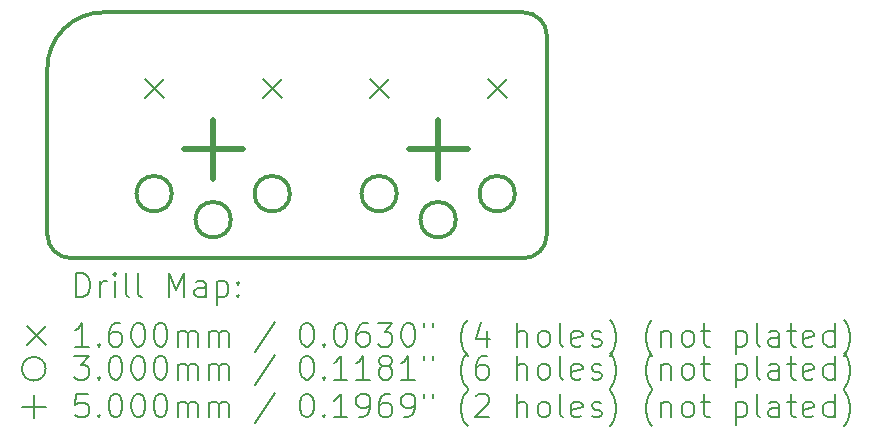
<source format=gbr>
%TF.GenerationSoftware,KiCad,Pcbnew,8.0.5*%
%TF.CreationDate,2024-09-18T07:36:14+09:00*%
%TF.ProjectId,SandyLP_Middle_Isolated_Area,53616e64-794c-4505-9f4d-6964646c655f,v.0*%
%TF.SameCoordinates,Original*%
%TF.FileFunction,Drillmap*%
%TF.FilePolarity,Positive*%
%FSLAX45Y45*%
G04 Gerber Fmt 4.5, Leading zero omitted, Abs format (unit mm)*
G04 Created by KiCad (PCBNEW 8.0.5) date 2024-09-18 07:36:14*
%MOMM*%
%LPD*%
G01*
G04 APERTURE LIST*
%ADD10C,0.300000*%
%ADD11C,0.200000*%
%ADD12C,0.160000*%
%ADD13C,0.500000*%
G04 APERTURE END LIST*
D10*
X2607094Y-5683607D02*
X2607094Y-4278149D01*
X2807093Y-5883607D02*
X6635843Y-5885028D01*
X3083343Y-3801899D02*
X6636843Y-3801899D01*
X6835843Y-5685028D02*
X6836843Y-4001899D01*
X2607094Y-4278149D02*
G75*
G02*
X3083343Y-3801899I476250J0D01*
G01*
X2807093Y-5883607D02*
G75*
G02*
X2607094Y-5683607I0J200000D01*
G01*
X6636843Y-3801899D02*
G75*
G02*
X6836843Y-4001899I4J-199996D01*
G01*
X6835843Y-5685028D02*
G75*
G02*
X6635843Y-5885028I-200000J0D01*
G01*
D11*
D12*
X3430843Y-4367528D02*
X3590843Y-4527528D01*
X3590843Y-4367528D02*
X3430843Y-4527528D01*
X4430844Y-4367528D02*
X4590844Y-4527528D01*
X4590844Y-4367528D02*
X4430844Y-4527528D01*
X5335844Y-4367528D02*
X5495844Y-4527528D01*
X5495844Y-4367528D02*
X5335844Y-4527528D01*
X6335843Y-4367528D02*
X6495843Y-4527528D01*
X6495843Y-4367528D02*
X6335843Y-4527528D01*
D10*
X3660843Y-5337528D02*
G75*
G02*
X3360843Y-5337528I-150000J0D01*
G01*
X3360843Y-5337528D02*
G75*
G02*
X3660843Y-5337528I150000J0D01*
G01*
X4160843Y-5557528D02*
G75*
G02*
X3860843Y-5557528I-150000J0D01*
G01*
X3860843Y-5557528D02*
G75*
G02*
X4160843Y-5557528I150000J0D01*
G01*
X4660844Y-5337528D02*
G75*
G02*
X4360844Y-5337528I-150000J0D01*
G01*
X4360844Y-5337528D02*
G75*
G02*
X4660844Y-5337528I150000J0D01*
G01*
X5565844Y-5337528D02*
G75*
G02*
X5265844Y-5337528I-150000J0D01*
G01*
X5265844Y-5337528D02*
G75*
G02*
X5565844Y-5337528I150000J0D01*
G01*
X6065843Y-5557528D02*
G75*
G02*
X5765843Y-5557528I-150000J0D01*
G01*
X5765843Y-5557528D02*
G75*
G02*
X6065843Y-5557528I150000J0D01*
G01*
X6565843Y-5337528D02*
G75*
G02*
X6265843Y-5337528I-150000J0D01*
G01*
X6265843Y-5337528D02*
G75*
G02*
X6565843Y-5337528I150000J0D01*
G01*
D13*
X4010843Y-4712528D02*
X4010843Y-5212528D01*
X3760843Y-4962528D02*
X4260844Y-4962528D01*
X5915843Y-4712528D02*
X5915843Y-5212528D01*
X5665843Y-4962528D02*
X6165843Y-4962528D01*
D11*
X2852870Y-6211512D02*
X2852870Y-6011512D01*
X2852870Y-6011512D02*
X2900489Y-6011512D01*
X2900489Y-6011512D02*
X2929061Y-6021036D01*
X2929061Y-6021036D02*
X2948108Y-6040083D01*
X2948108Y-6040083D02*
X2957632Y-6059131D01*
X2957632Y-6059131D02*
X2967156Y-6097226D01*
X2967156Y-6097226D02*
X2967156Y-6125797D01*
X2967156Y-6125797D02*
X2957632Y-6163893D01*
X2957632Y-6163893D02*
X2948108Y-6182940D01*
X2948108Y-6182940D02*
X2929061Y-6201988D01*
X2929061Y-6201988D02*
X2900489Y-6211512D01*
X2900489Y-6211512D02*
X2852870Y-6211512D01*
X3052870Y-6211512D02*
X3052870Y-6078178D01*
X3052870Y-6116274D02*
X3062394Y-6097226D01*
X3062394Y-6097226D02*
X3071918Y-6087702D01*
X3071918Y-6087702D02*
X3090965Y-6078178D01*
X3090965Y-6078178D02*
X3110013Y-6078178D01*
X3176680Y-6211512D02*
X3176680Y-6078178D01*
X3176680Y-6011512D02*
X3167156Y-6021036D01*
X3167156Y-6021036D02*
X3176680Y-6030559D01*
X3176680Y-6030559D02*
X3186204Y-6021036D01*
X3186204Y-6021036D02*
X3176680Y-6011512D01*
X3176680Y-6011512D02*
X3176680Y-6030559D01*
X3300489Y-6211512D02*
X3281442Y-6201988D01*
X3281442Y-6201988D02*
X3271918Y-6182940D01*
X3271918Y-6182940D02*
X3271918Y-6011512D01*
X3405251Y-6211512D02*
X3386204Y-6201988D01*
X3386204Y-6201988D02*
X3376680Y-6182940D01*
X3376680Y-6182940D02*
X3376680Y-6011512D01*
X3633823Y-6211512D02*
X3633823Y-6011512D01*
X3633823Y-6011512D02*
X3700489Y-6154369D01*
X3700489Y-6154369D02*
X3767156Y-6011512D01*
X3767156Y-6011512D02*
X3767156Y-6211512D01*
X3948108Y-6211512D02*
X3948108Y-6106750D01*
X3948108Y-6106750D02*
X3938585Y-6087702D01*
X3938585Y-6087702D02*
X3919537Y-6078178D01*
X3919537Y-6078178D02*
X3881442Y-6078178D01*
X3881442Y-6078178D02*
X3862394Y-6087702D01*
X3948108Y-6201988D02*
X3929061Y-6211512D01*
X3929061Y-6211512D02*
X3881442Y-6211512D01*
X3881442Y-6211512D02*
X3862394Y-6201988D01*
X3862394Y-6201988D02*
X3852870Y-6182940D01*
X3852870Y-6182940D02*
X3852870Y-6163893D01*
X3852870Y-6163893D02*
X3862394Y-6144845D01*
X3862394Y-6144845D02*
X3881442Y-6135321D01*
X3881442Y-6135321D02*
X3929061Y-6135321D01*
X3929061Y-6135321D02*
X3948108Y-6125797D01*
X4043346Y-6078178D02*
X4043346Y-6278178D01*
X4043346Y-6087702D02*
X4062394Y-6078178D01*
X4062394Y-6078178D02*
X4100489Y-6078178D01*
X4100489Y-6078178D02*
X4119537Y-6087702D01*
X4119537Y-6087702D02*
X4129061Y-6097226D01*
X4129061Y-6097226D02*
X4138585Y-6116274D01*
X4138585Y-6116274D02*
X4138585Y-6173416D01*
X4138585Y-6173416D02*
X4129061Y-6192464D01*
X4129061Y-6192464D02*
X4119537Y-6201988D01*
X4119537Y-6201988D02*
X4100489Y-6211512D01*
X4100489Y-6211512D02*
X4062394Y-6211512D01*
X4062394Y-6211512D02*
X4043346Y-6201988D01*
X4224299Y-6192464D02*
X4233823Y-6201988D01*
X4233823Y-6201988D02*
X4224299Y-6211512D01*
X4224299Y-6211512D02*
X4214775Y-6201988D01*
X4214775Y-6201988D02*
X4224299Y-6192464D01*
X4224299Y-6192464D02*
X4224299Y-6211512D01*
X4224299Y-6087702D02*
X4233823Y-6097226D01*
X4233823Y-6097226D02*
X4224299Y-6106750D01*
X4224299Y-6106750D02*
X4214775Y-6097226D01*
X4214775Y-6097226D02*
X4224299Y-6087702D01*
X4224299Y-6087702D02*
X4224299Y-6106750D01*
D12*
X2432094Y-6460028D02*
X2592094Y-6620028D01*
X2592094Y-6460028D02*
X2432094Y-6620028D01*
D11*
X2957632Y-6631512D02*
X2843346Y-6631512D01*
X2900489Y-6631512D02*
X2900489Y-6431512D01*
X2900489Y-6431512D02*
X2881442Y-6460083D01*
X2881442Y-6460083D02*
X2862394Y-6479131D01*
X2862394Y-6479131D02*
X2843346Y-6488655D01*
X3043346Y-6612464D02*
X3052870Y-6621988D01*
X3052870Y-6621988D02*
X3043346Y-6631512D01*
X3043346Y-6631512D02*
X3033823Y-6621988D01*
X3033823Y-6621988D02*
X3043346Y-6612464D01*
X3043346Y-6612464D02*
X3043346Y-6631512D01*
X3224299Y-6431512D02*
X3186204Y-6431512D01*
X3186204Y-6431512D02*
X3167156Y-6441036D01*
X3167156Y-6441036D02*
X3157632Y-6450559D01*
X3157632Y-6450559D02*
X3138585Y-6479131D01*
X3138585Y-6479131D02*
X3129061Y-6517226D01*
X3129061Y-6517226D02*
X3129061Y-6593416D01*
X3129061Y-6593416D02*
X3138585Y-6612464D01*
X3138585Y-6612464D02*
X3148108Y-6621988D01*
X3148108Y-6621988D02*
X3167156Y-6631512D01*
X3167156Y-6631512D02*
X3205251Y-6631512D01*
X3205251Y-6631512D02*
X3224299Y-6621988D01*
X3224299Y-6621988D02*
X3233823Y-6612464D01*
X3233823Y-6612464D02*
X3243346Y-6593416D01*
X3243346Y-6593416D02*
X3243346Y-6545797D01*
X3243346Y-6545797D02*
X3233823Y-6526750D01*
X3233823Y-6526750D02*
X3224299Y-6517226D01*
X3224299Y-6517226D02*
X3205251Y-6507702D01*
X3205251Y-6507702D02*
X3167156Y-6507702D01*
X3167156Y-6507702D02*
X3148108Y-6517226D01*
X3148108Y-6517226D02*
X3138585Y-6526750D01*
X3138585Y-6526750D02*
X3129061Y-6545797D01*
X3367156Y-6431512D02*
X3386204Y-6431512D01*
X3386204Y-6431512D02*
X3405251Y-6441036D01*
X3405251Y-6441036D02*
X3414775Y-6450559D01*
X3414775Y-6450559D02*
X3424299Y-6469607D01*
X3424299Y-6469607D02*
X3433823Y-6507702D01*
X3433823Y-6507702D02*
X3433823Y-6555321D01*
X3433823Y-6555321D02*
X3424299Y-6593416D01*
X3424299Y-6593416D02*
X3414775Y-6612464D01*
X3414775Y-6612464D02*
X3405251Y-6621988D01*
X3405251Y-6621988D02*
X3386204Y-6631512D01*
X3386204Y-6631512D02*
X3367156Y-6631512D01*
X3367156Y-6631512D02*
X3348108Y-6621988D01*
X3348108Y-6621988D02*
X3338585Y-6612464D01*
X3338585Y-6612464D02*
X3329061Y-6593416D01*
X3329061Y-6593416D02*
X3319537Y-6555321D01*
X3319537Y-6555321D02*
X3319537Y-6507702D01*
X3319537Y-6507702D02*
X3329061Y-6469607D01*
X3329061Y-6469607D02*
X3338585Y-6450559D01*
X3338585Y-6450559D02*
X3348108Y-6441036D01*
X3348108Y-6441036D02*
X3367156Y-6431512D01*
X3557632Y-6431512D02*
X3576680Y-6431512D01*
X3576680Y-6431512D02*
X3595727Y-6441036D01*
X3595727Y-6441036D02*
X3605251Y-6450559D01*
X3605251Y-6450559D02*
X3614775Y-6469607D01*
X3614775Y-6469607D02*
X3624299Y-6507702D01*
X3624299Y-6507702D02*
X3624299Y-6555321D01*
X3624299Y-6555321D02*
X3614775Y-6593416D01*
X3614775Y-6593416D02*
X3605251Y-6612464D01*
X3605251Y-6612464D02*
X3595727Y-6621988D01*
X3595727Y-6621988D02*
X3576680Y-6631512D01*
X3576680Y-6631512D02*
X3557632Y-6631512D01*
X3557632Y-6631512D02*
X3538585Y-6621988D01*
X3538585Y-6621988D02*
X3529061Y-6612464D01*
X3529061Y-6612464D02*
X3519537Y-6593416D01*
X3519537Y-6593416D02*
X3510013Y-6555321D01*
X3510013Y-6555321D02*
X3510013Y-6507702D01*
X3510013Y-6507702D02*
X3519537Y-6469607D01*
X3519537Y-6469607D02*
X3529061Y-6450559D01*
X3529061Y-6450559D02*
X3538585Y-6441036D01*
X3538585Y-6441036D02*
X3557632Y-6431512D01*
X3710013Y-6631512D02*
X3710013Y-6498178D01*
X3710013Y-6517226D02*
X3719537Y-6507702D01*
X3719537Y-6507702D02*
X3738585Y-6498178D01*
X3738585Y-6498178D02*
X3767156Y-6498178D01*
X3767156Y-6498178D02*
X3786204Y-6507702D01*
X3786204Y-6507702D02*
X3795727Y-6526750D01*
X3795727Y-6526750D02*
X3795727Y-6631512D01*
X3795727Y-6526750D02*
X3805251Y-6507702D01*
X3805251Y-6507702D02*
X3824299Y-6498178D01*
X3824299Y-6498178D02*
X3852870Y-6498178D01*
X3852870Y-6498178D02*
X3871918Y-6507702D01*
X3871918Y-6507702D02*
X3881442Y-6526750D01*
X3881442Y-6526750D02*
X3881442Y-6631512D01*
X3976680Y-6631512D02*
X3976680Y-6498178D01*
X3976680Y-6517226D02*
X3986204Y-6507702D01*
X3986204Y-6507702D02*
X4005251Y-6498178D01*
X4005251Y-6498178D02*
X4033823Y-6498178D01*
X4033823Y-6498178D02*
X4052870Y-6507702D01*
X4052870Y-6507702D02*
X4062394Y-6526750D01*
X4062394Y-6526750D02*
X4062394Y-6631512D01*
X4062394Y-6526750D02*
X4071918Y-6507702D01*
X4071918Y-6507702D02*
X4090966Y-6498178D01*
X4090966Y-6498178D02*
X4119537Y-6498178D01*
X4119537Y-6498178D02*
X4138585Y-6507702D01*
X4138585Y-6507702D02*
X4148108Y-6526750D01*
X4148108Y-6526750D02*
X4148108Y-6631512D01*
X4538585Y-6421988D02*
X4367156Y-6679131D01*
X4795728Y-6431512D02*
X4814775Y-6431512D01*
X4814775Y-6431512D02*
X4833823Y-6441036D01*
X4833823Y-6441036D02*
X4843347Y-6450559D01*
X4843347Y-6450559D02*
X4852871Y-6469607D01*
X4852871Y-6469607D02*
X4862394Y-6507702D01*
X4862394Y-6507702D02*
X4862394Y-6555321D01*
X4862394Y-6555321D02*
X4852871Y-6593416D01*
X4852871Y-6593416D02*
X4843347Y-6612464D01*
X4843347Y-6612464D02*
X4833823Y-6621988D01*
X4833823Y-6621988D02*
X4814775Y-6631512D01*
X4814775Y-6631512D02*
X4795728Y-6631512D01*
X4795728Y-6631512D02*
X4776680Y-6621988D01*
X4776680Y-6621988D02*
X4767156Y-6612464D01*
X4767156Y-6612464D02*
X4757632Y-6593416D01*
X4757632Y-6593416D02*
X4748109Y-6555321D01*
X4748109Y-6555321D02*
X4748109Y-6507702D01*
X4748109Y-6507702D02*
X4757632Y-6469607D01*
X4757632Y-6469607D02*
X4767156Y-6450559D01*
X4767156Y-6450559D02*
X4776680Y-6441036D01*
X4776680Y-6441036D02*
X4795728Y-6431512D01*
X4948109Y-6612464D02*
X4957632Y-6621988D01*
X4957632Y-6621988D02*
X4948109Y-6631512D01*
X4948109Y-6631512D02*
X4938585Y-6621988D01*
X4938585Y-6621988D02*
X4948109Y-6612464D01*
X4948109Y-6612464D02*
X4948109Y-6631512D01*
X5081442Y-6431512D02*
X5100490Y-6431512D01*
X5100490Y-6431512D02*
X5119537Y-6441036D01*
X5119537Y-6441036D02*
X5129061Y-6450559D01*
X5129061Y-6450559D02*
X5138585Y-6469607D01*
X5138585Y-6469607D02*
X5148109Y-6507702D01*
X5148109Y-6507702D02*
X5148109Y-6555321D01*
X5148109Y-6555321D02*
X5138585Y-6593416D01*
X5138585Y-6593416D02*
X5129061Y-6612464D01*
X5129061Y-6612464D02*
X5119537Y-6621988D01*
X5119537Y-6621988D02*
X5100490Y-6631512D01*
X5100490Y-6631512D02*
X5081442Y-6631512D01*
X5081442Y-6631512D02*
X5062394Y-6621988D01*
X5062394Y-6621988D02*
X5052871Y-6612464D01*
X5052871Y-6612464D02*
X5043347Y-6593416D01*
X5043347Y-6593416D02*
X5033823Y-6555321D01*
X5033823Y-6555321D02*
X5033823Y-6507702D01*
X5033823Y-6507702D02*
X5043347Y-6469607D01*
X5043347Y-6469607D02*
X5052871Y-6450559D01*
X5052871Y-6450559D02*
X5062394Y-6441036D01*
X5062394Y-6441036D02*
X5081442Y-6431512D01*
X5319537Y-6431512D02*
X5281442Y-6431512D01*
X5281442Y-6431512D02*
X5262394Y-6441036D01*
X5262394Y-6441036D02*
X5252871Y-6450559D01*
X5252871Y-6450559D02*
X5233823Y-6479131D01*
X5233823Y-6479131D02*
X5224299Y-6517226D01*
X5224299Y-6517226D02*
X5224299Y-6593416D01*
X5224299Y-6593416D02*
X5233823Y-6612464D01*
X5233823Y-6612464D02*
X5243347Y-6621988D01*
X5243347Y-6621988D02*
X5262394Y-6631512D01*
X5262394Y-6631512D02*
X5300490Y-6631512D01*
X5300490Y-6631512D02*
X5319537Y-6621988D01*
X5319537Y-6621988D02*
X5329061Y-6612464D01*
X5329061Y-6612464D02*
X5338585Y-6593416D01*
X5338585Y-6593416D02*
X5338585Y-6545797D01*
X5338585Y-6545797D02*
X5329061Y-6526750D01*
X5329061Y-6526750D02*
X5319537Y-6517226D01*
X5319537Y-6517226D02*
X5300490Y-6507702D01*
X5300490Y-6507702D02*
X5262394Y-6507702D01*
X5262394Y-6507702D02*
X5243347Y-6517226D01*
X5243347Y-6517226D02*
X5233823Y-6526750D01*
X5233823Y-6526750D02*
X5224299Y-6545797D01*
X5405252Y-6431512D02*
X5529061Y-6431512D01*
X5529061Y-6431512D02*
X5462394Y-6507702D01*
X5462394Y-6507702D02*
X5490966Y-6507702D01*
X5490966Y-6507702D02*
X5510013Y-6517226D01*
X5510013Y-6517226D02*
X5519537Y-6526750D01*
X5519537Y-6526750D02*
X5529061Y-6545797D01*
X5529061Y-6545797D02*
X5529061Y-6593416D01*
X5529061Y-6593416D02*
X5519537Y-6612464D01*
X5519537Y-6612464D02*
X5510013Y-6621988D01*
X5510013Y-6621988D02*
X5490966Y-6631512D01*
X5490966Y-6631512D02*
X5433823Y-6631512D01*
X5433823Y-6631512D02*
X5414775Y-6621988D01*
X5414775Y-6621988D02*
X5405252Y-6612464D01*
X5652870Y-6431512D02*
X5671918Y-6431512D01*
X5671918Y-6431512D02*
X5690966Y-6441036D01*
X5690966Y-6441036D02*
X5700490Y-6450559D01*
X5700490Y-6450559D02*
X5710013Y-6469607D01*
X5710013Y-6469607D02*
X5719537Y-6507702D01*
X5719537Y-6507702D02*
X5719537Y-6555321D01*
X5719537Y-6555321D02*
X5710013Y-6593416D01*
X5710013Y-6593416D02*
X5700490Y-6612464D01*
X5700490Y-6612464D02*
X5690966Y-6621988D01*
X5690966Y-6621988D02*
X5671918Y-6631512D01*
X5671918Y-6631512D02*
X5652870Y-6631512D01*
X5652870Y-6631512D02*
X5633823Y-6621988D01*
X5633823Y-6621988D02*
X5624299Y-6612464D01*
X5624299Y-6612464D02*
X5614775Y-6593416D01*
X5614775Y-6593416D02*
X5605251Y-6555321D01*
X5605251Y-6555321D02*
X5605251Y-6507702D01*
X5605251Y-6507702D02*
X5614775Y-6469607D01*
X5614775Y-6469607D02*
X5624299Y-6450559D01*
X5624299Y-6450559D02*
X5633823Y-6441036D01*
X5633823Y-6441036D02*
X5652870Y-6431512D01*
X5795728Y-6431512D02*
X5795728Y-6469607D01*
X5871918Y-6431512D02*
X5871918Y-6469607D01*
X6167156Y-6707702D02*
X6157632Y-6698178D01*
X6157632Y-6698178D02*
X6138585Y-6669607D01*
X6138585Y-6669607D02*
X6129061Y-6650559D01*
X6129061Y-6650559D02*
X6119537Y-6621988D01*
X6119537Y-6621988D02*
X6110013Y-6574369D01*
X6110013Y-6574369D02*
X6110013Y-6536274D01*
X6110013Y-6536274D02*
X6119537Y-6488655D01*
X6119537Y-6488655D02*
X6129061Y-6460083D01*
X6129061Y-6460083D02*
X6138585Y-6441036D01*
X6138585Y-6441036D02*
X6157632Y-6412464D01*
X6157632Y-6412464D02*
X6167156Y-6402940D01*
X6329061Y-6498178D02*
X6329061Y-6631512D01*
X6281442Y-6421988D02*
X6233823Y-6564845D01*
X6233823Y-6564845D02*
X6357632Y-6564845D01*
X6586204Y-6631512D02*
X6586204Y-6431512D01*
X6671918Y-6631512D02*
X6671918Y-6526750D01*
X6671918Y-6526750D02*
X6662394Y-6507702D01*
X6662394Y-6507702D02*
X6643347Y-6498178D01*
X6643347Y-6498178D02*
X6614775Y-6498178D01*
X6614775Y-6498178D02*
X6595728Y-6507702D01*
X6595728Y-6507702D02*
X6586204Y-6517226D01*
X6795728Y-6631512D02*
X6776680Y-6621988D01*
X6776680Y-6621988D02*
X6767156Y-6612464D01*
X6767156Y-6612464D02*
X6757633Y-6593416D01*
X6757633Y-6593416D02*
X6757633Y-6536274D01*
X6757633Y-6536274D02*
X6767156Y-6517226D01*
X6767156Y-6517226D02*
X6776680Y-6507702D01*
X6776680Y-6507702D02*
X6795728Y-6498178D01*
X6795728Y-6498178D02*
X6824299Y-6498178D01*
X6824299Y-6498178D02*
X6843347Y-6507702D01*
X6843347Y-6507702D02*
X6852871Y-6517226D01*
X6852871Y-6517226D02*
X6862394Y-6536274D01*
X6862394Y-6536274D02*
X6862394Y-6593416D01*
X6862394Y-6593416D02*
X6852871Y-6612464D01*
X6852871Y-6612464D02*
X6843347Y-6621988D01*
X6843347Y-6621988D02*
X6824299Y-6631512D01*
X6824299Y-6631512D02*
X6795728Y-6631512D01*
X6976680Y-6631512D02*
X6957633Y-6621988D01*
X6957633Y-6621988D02*
X6948109Y-6602940D01*
X6948109Y-6602940D02*
X6948109Y-6431512D01*
X7129061Y-6621988D02*
X7110014Y-6631512D01*
X7110014Y-6631512D02*
X7071918Y-6631512D01*
X7071918Y-6631512D02*
X7052871Y-6621988D01*
X7052871Y-6621988D02*
X7043347Y-6602940D01*
X7043347Y-6602940D02*
X7043347Y-6526750D01*
X7043347Y-6526750D02*
X7052871Y-6507702D01*
X7052871Y-6507702D02*
X7071918Y-6498178D01*
X7071918Y-6498178D02*
X7110014Y-6498178D01*
X7110014Y-6498178D02*
X7129061Y-6507702D01*
X7129061Y-6507702D02*
X7138585Y-6526750D01*
X7138585Y-6526750D02*
X7138585Y-6545797D01*
X7138585Y-6545797D02*
X7043347Y-6564845D01*
X7214775Y-6621988D02*
X7233823Y-6631512D01*
X7233823Y-6631512D02*
X7271918Y-6631512D01*
X7271918Y-6631512D02*
X7290966Y-6621988D01*
X7290966Y-6621988D02*
X7300490Y-6602940D01*
X7300490Y-6602940D02*
X7300490Y-6593416D01*
X7300490Y-6593416D02*
X7290966Y-6574369D01*
X7290966Y-6574369D02*
X7271918Y-6564845D01*
X7271918Y-6564845D02*
X7243347Y-6564845D01*
X7243347Y-6564845D02*
X7224299Y-6555321D01*
X7224299Y-6555321D02*
X7214775Y-6536274D01*
X7214775Y-6536274D02*
X7214775Y-6526750D01*
X7214775Y-6526750D02*
X7224299Y-6507702D01*
X7224299Y-6507702D02*
X7243347Y-6498178D01*
X7243347Y-6498178D02*
X7271918Y-6498178D01*
X7271918Y-6498178D02*
X7290966Y-6507702D01*
X7367156Y-6707702D02*
X7376680Y-6698178D01*
X7376680Y-6698178D02*
X7395728Y-6669607D01*
X7395728Y-6669607D02*
X7405252Y-6650559D01*
X7405252Y-6650559D02*
X7414775Y-6621988D01*
X7414775Y-6621988D02*
X7424299Y-6574369D01*
X7424299Y-6574369D02*
X7424299Y-6536274D01*
X7424299Y-6536274D02*
X7414775Y-6488655D01*
X7414775Y-6488655D02*
X7405252Y-6460083D01*
X7405252Y-6460083D02*
X7395728Y-6441036D01*
X7395728Y-6441036D02*
X7376680Y-6412464D01*
X7376680Y-6412464D02*
X7367156Y-6402940D01*
X7729061Y-6707702D02*
X7719537Y-6698178D01*
X7719537Y-6698178D02*
X7700490Y-6669607D01*
X7700490Y-6669607D02*
X7690966Y-6650559D01*
X7690966Y-6650559D02*
X7681442Y-6621988D01*
X7681442Y-6621988D02*
X7671918Y-6574369D01*
X7671918Y-6574369D02*
X7671918Y-6536274D01*
X7671918Y-6536274D02*
X7681442Y-6488655D01*
X7681442Y-6488655D02*
X7690966Y-6460083D01*
X7690966Y-6460083D02*
X7700490Y-6441036D01*
X7700490Y-6441036D02*
X7719537Y-6412464D01*
X7719537Y-6412464D02*
X7729061Y-6402940D01*
X7805252Y-6498178D02*
X7805252Y-6631512D01*
X7805252Y-6517226D02*
X7814775Y-6507702D01*
X7814775Y-6507702D02*
X7833823Y-6498178D01*
X7833823Y-6498178D02*
X7862395Y-6498178D01*
X7862395Y-6498178D02*
X7881442Y-6507702D01*
X7881442Y-6507702D02*
X7890966Y-6526750D01*
X7890966Y-6526750D02*
X7890966Y-6631512D01*
X8014775Y-6631512D02*
X7995728Y-6621988D01*
X7995728Y-6621988D02*
X7986204Y-6612464D01*
X7986204Y-6612464D02*
X7976680Y-6593416D01*
X7976680Y-6593416D02*
X7976680Y-6536274D01*
X7976680Y-6536274D02*
X7986204Y-6517226D01*
X7986204Y-6517226D02*
X7995728Y-6507702D01*
X7995728Y-6507702D02*
X8014775Y-6498178D01*
X8014775Y-6498178D02*
X8043347Y-6498178D01*
X8043347Y-6498178D02*
X8062395Y-6507702D01*
X8062395Y-6507702D02*
X8071918Y-6517226D01*
X8071918Y-6517226D02*
X8081442Y-6536274D01*
X8081442Y-6536274D02*
X8081442Y-6593416D01*
X8081442Y-6593416D02*
X8071918Y-6612464D01*
X8071918Y-6612464D02*
X8062395Y-6621988D01*
X8062395Y-6621988D02*
X8043347Y-6631512D01*
X8043347Y-6631512D02*
X8014775Y-6631512D01*
X8138585Y-6498178D02*
X8214775Y-6498178D01*
X8167156Y-6431512D02*
X8167156Y-6602940D01*
X8167156Y-6602940D02*
X8176680Y-6621988D01*
X8176680Y-6621988D02*
X8195728Y-6631512D01*
X8195728Y-6631512D02*
X8214775Y-6631512D01*
X8433823Y-6498178D02*
X8433823Y-6698178D01*
X8433823Y-6507702D02*
X8452871Y-6498178D01*
X8452871Y-6498178D02*
X8490966Y-6498178D01*
X8490966Y-6498178D02*
X8510014Y-6507702D01*
X8510014Y-6507702D02*
X8519538Y-6517226D01*
X8519538Y-6517226D02*
X8529061Y-6536274D01*
X8529061Y-6536274D02*
X8529061Y-6593416D01*
X8529061Y-6593416D02*
X8519538Y-6612464D01*
X8519538Y-6612464D02*
X8510014Y-6621988D01*
X8510014Y-6621988D02*
X8490966Y-6631512D01*
X8490966Y-6631512D02*
X8452871Y-6631512D01*
X8452871Y-6631512D02*
X8433823Y-6621988D01*
X8643347Y-6631512D02*
X8624299Y-6621988D01*
X8624299Y-6621988D02*
X8614776Y-6602940D01*
X8614776Y-6602940D02*
X8614776Y-6431512D01*
X8805252Y-6631512D02*
X8805252Y-6526750D01*
X8805252Y-6526750D02*
X8795728Y-6507702D01*
X8795728Y-6507702D02*
X8776680Y-6498178D01*
X8776680Y-6498178D02*
X8738585Y-6498178D01*
X8738585Y-6498178D02*
X8719538Y-6507702D01*
X8805252Y-6621988D02*
X8786204Y-6631512D01*
X8786204Y-6631512D02*
X8738585Y-6631512D01*
X8738585Y-6631512D02*
X8719538Y-6621988D01*
X8719538Y-6621988D02*
X8710014Y-6602940D01*
X8710014Y-6602940D02*
X8710014Y-6583893D01*
X8710014Y-6583893D02*
X8719538Y-6564845D01*
X8719538Y-6564845D02*
X8738585Y-6555321D01*
X8738585Y-6555321D02*
X8786204Y-6555321D01*
X8786204Y-6555321D02*
X8805252Y-6545797D01*
X8871919Y-6498178D02*
X8948109Y-6498178D01*
X8900490Y-6431512D02*
X8900490Y-6602940D01*
X8900490Y-6602940D02*
X8910014Y-6621988D01*
X8910014Y-6621988D02*
X8929061Y-6631512D01*
X8929061Y-6631512D02*
X8948109Y-6631512D01*
X9090966Y-6621988D02*
X9071919Y-6631512D01*
X9071919Y-6631512D02*
X9033823Y-6631512D01*
X9033823Y-6631512D02*
X9014776Y-6621988D01*
X9014776Y-6621988D02*
X9005252Y-6602940D01*
X9005252Y-6602940D02*
X9005252Y-6526750D01*
X9005252Y-6526750D02*
X9014776Y-6507702D01*
X9014776Y-6507702D02*
X9033823Y-6498178D01*
X9033823Y-6498178D02*
X9071919Y-6498178D01*
X9071919Y-6498178D02*
X9090966Y-6507702D01*
X9090966Y-6507702D02*
X9100490Y-6526750D01*
X9100490Y-6526750D02*
X9100490Y-6545797D01*
X9100490Y-6545797D02*
X9005252Y-6564845D01*
X9271919Y-6631512D02*
X9271919Y-6431512D01*
X9271919Y-6621988D02*
X9252871Y-6631512D01*
X9252871Y-6631512D02*
X9214776Y-6631512D01*
X9214776Y-6631512D02*
X9195728Y-6621988D01*
X9195728Y-6621988D02*
X9186204Y-6612464D01*
X9186204Y-6612464D02*
X9176680Y-6593416D01*
X9176680Y-6593416D02*
X9176680Y-6536274D01*
X9176680Y-6536274D02*
X9186204Y-6517226D01*
X9186204Y-6517226D02*
X9195728Y-6507702D01*
X9195728Y-6507702D02*
X9214776Y-6498178D01*
X9214776Y-6498178D02*
X9252871Y-6498178D01*
X9252871Y-6498178D02*
X9271919Y-6507702D01*
X9348109Y-6707702D02*
X9357633Y-6698178D01*
X9357633Y-6698178D02*
X9376680Y-6669607D01*
X9376680Y-6669607D02*
X9386204Y-6650559D01*
X9386204Y-6650559D02*
X9395728Y-6621988D01*
X9395728Y-6621988D02*
X9405252Y-6574369D01*
X9405252Y-6574369D02*
X9405252Y-6536274D01*
X9405252Y-6536274D02*
X9395728Y-6488655D01*
X9395728Y-6488655D02*
X9386204Y-6460083D01*
X9386204Y-6460083D02*
X9376680Y-6441036D01*
X9376680Y-6441036D02*
X9357633Y-6412464D01*
X9357633Y-6412464D02*
X9348109Y-6402940D01*
X2592094Y-6820028D02*
G75*
G02*
X2392094Y-6820028I-100000J0D01*
G01*
X2392094Y-6820028D02*
G75*
G02*
X2592094Y-6820028I100000J0D01*
G01*
X2833823Y-6711512D02*
X2957632Y-6711512D01*
X2957632Y-6711512D02*
X2890965Y-6787702D01*
X2890965Y-6787702D02*
X2919537Y-6787702D01*
X2919537Y-6787702D02*
X2938585Y-6797226D01*
X2938585Y-6797226D02*
X2948108Y-6806750D01*
X2948108Y-6806750D02*
X2957632Y-6825797D01*
X2957632Y-6825797D02*
X2957632Y-6873416D01*
X2957632Y-6873416D02*
X2948108Y-6892464D01*
X2948108Y-6892464D02*
X2938585Y-6901988D01*
X2938585Y-6901988D02*
X2919537Y-6911512D01*
X2919537Y-6911512D02*
X2862394Y-6911512D01*
X2862394Y-6911512D02*
X2843346Y-6901988D01*
X2843346Y-6901988D02*
X2833823Y-6892464D01*
X3043346Y-6892464D02*
X3052870Y-6901988D01*
X3052870Y-6901988D02*
X3043346Y-6911512D01*
X3043346Y-6911512D02*
X3033823Y-6901988D01*
X3033823Y-6901988D02*
X3043346Y-6892464D01*
X3043346Y-6892464D02*
X3043346Y-6911512D01*
X3176680Y-6711512D02*
X3195727Y-6711512D01*
X3195727Y-6711512D02*
X3214775Y-6721036D01*
X3214775Y-6721036D02*
X3224299Y-6730559D01*
X3224299Y-6730559D02*
X3233823Y-6749607D01*
X3233823Y-6749607D02*
X3243346Y-6787702D01*
X3243346Y-6787702D02*
X3243346Y-6835321D01*
X3243346Y-6835321D02*
X3233823Y-6873416D01*
X3233823Y-6873416D02*
X3224299Y-6892464D01*
X3224299Y-6892464D02*
X3214775Y-6901988D01*
X3214775Y-6901988D02*
X3195727Y-6911512D01*
X3195727Y-6911512D02*
X3176680Y-6911512D01*
X3176680Y-6911512D02*
X3157632Y-6901988D01*
X3157632Y-6901988D02*
X3148108Y-6892464D01*
X3148108Y-6892464D02*
X3138585Y-6873416D01*
X3138585Y-6873416D02*
X3129061Y-6835321D01*
X3129061Y-6835321D02*
X3129061Y-6787702D01*
X3129061Y-6787702D02*
X3138585Y-6749607D01*
X3138585Y-6749607D02*
X3148108Y-6730559D01*
X3148108Y-6730559D02*
X3157632Y-6721036D01*
X3157632Y-6721036D02*
X3176680Y-6711512D01*
X3367156Y-6711512D02*
X3386204Y-6711512D01*
X3386204Y-6711512D02*
X3405251Y-6721036D01*
X3405251Y-6721036D02*
X3414775Y-6730559D01*
X3414775Y-6730559D02*
X3424299Y-6749607D01*
X3424299Y-6749607D02*
X3433823Y-6787702D01*
X3433823Y-6787702D02*
X3433823Y-6835321D01*
X3433823Y-6835321D02*
X3424299Y-6873416D01*
X3424299Y-6873416D02*
X3414775Y-6892464D01*
X3414775Y-6892464D02*
X3405251Y-6901988D01*
X3405251Y-6901988D02*
X3386204Y-6911512D01*
X3386204Y-6911512D02*
X3367156Y-6911512D01*
X3367156Y-6911512D02*
X3348108Y-6901988D01*
X3348108Y-6901988D02*
X3338585Y-6892464D01*
X3338585Y-6892464D02*
X3329061Y-6873416D01*
X3329061Y-6873416D02*
X3319537Y-6835321D01*
X3319537Y-6835321D02*
X3319537Y-6787702D01*
X3319537Y-6787702D02*
X3329061Y-6749607D01*
X3329061Y-6749607D02*
X3338585Y-6730559D01*
X3338585Y-6730559D02*
X3348108Y-6721036D01*
X3348108Y-6721036D02*
X3367156Y-6711512D01*
X3557632Y-6711512D02*
X3576680Y-6711512D01*
X3576680Y-6711512D02*
X3595727Y-6721036D01*
X3595727Y-6721036D02*
X3605251Y-6730559D01*
X3605251Y-6730559D02*
X3614775Y-6749607D01*
X3614775Y-6749607D02*
X3624299Y-6787702D01*
X3624299Y-6787702D02*
X3624299Y-6835321D01*
X3624299Y-6835321D02*
X3614775Y-6873416D01*
X3614775Y-6873416D02*
X3605251Y-6892464D01*
X3605251Y-6892464D02*
X3595727Y-6901988D01*
X3595727Y-6901988D02*
X3576680Y-6911512D01*
X3576680Y-6911512D02*
X3557632Y-6911512D01*
X3557632Y-6911512D02*
X3538585Y-6901988D01*
X3538585Y-6901988D02*
X3529061Y-6892464D01*
X3529061Y-6892464D02*
X3519537Y-6873416D01*
X3519537Y-6873416D02*
X3510013Y-6835321D01*
X3510013Y-6835321D02*
X3510013Y-6787702D01*
X3510013Y-6787702D02*
X3519537Y-6749607D01*
X3519537Y-6749607D02*
X3529061Y-6730559D01*
X3529061Y-6730559D02*
X3538585Y-6721036D01*
X3538585Y-6721036D02*
X3557632Y-6711512D01*
X3710013Y-6911512D02*
X3710013Y-6778178D01*
X3710013Y-6797226D02*
X3719537Y-6787702D01*
X3719537Y-6787702D02*
X3738585Y-6778178D01*
X3738585Y-6778178D02*
X3767156Y-6778178D01*
X3767156Y-6778178D02*
X3786204Y-6787702D01*
X3786204Y-6787702D02*
X3795727Y-6806750D01*
X3795727Y-6806750D02*
X3795727Y-6911512D01*
X3795727Y-6806750D02*
X3805251Y-6787702D01*
X3805251Y-6787702D02*
X3824299Y-6778178D01*
X3824299Y-6778178D02*
X3852870Y-6778178D01*
X3852870Y-6778178D02*
X3871918Y-6787702D01*
X3871918Y-6787702D02*
X3881442Y-6806750D01*
X3881442Y-6806750D02*
X3881442Y-6911512D01*
X3976680Y-6911512D02*
X3976680Y-6778178D01*
X3976680Y-6797226D02*
X3986204Y-6787702D01*
X3986204Y-6787702D02*
X4005251Y-6778178D01*
X4005251Y-6778178D02*
X4033823Y-6778178D01*
X4033823Y-6778178D02*
X4052870Y-6787702D01*
X4052870Y-6787702D02*
X4062394Y-6806750D01*
X4062394Y-6806750D02*
X4062394Y-6911512D01*
X4062394Y-6806750D02*
X4071918Y-6787702D01*
X4071918Y-6787702D02*
X4090966Y-6778178D01*
X4090966Y-6778178D02*
X4119537Y-6778178D01*
X4119537Y-6778178D02*
X4138585Y-6787702D01*
X4138585Y-6787702D02*
X4148108Y-6806750D01*
X4148108Y-6806750D02*
X4148108Y-6911512D01*
X4538585Y-6701988D02*
X4367156Y-6959131D01*
X4795728Y-6711512D02*
X4814775Y-6711512D01*
X4814775Y-6711512D02*
X4833823Y-6721036D01*
X4833823Y-6721036D02*
X4843347Y-6730559D01*
X4843347Y-6730559D02*
X4852871Y-6749607D01*
X4852871Y-6749607D02*
X4862394Y-6787702D01*
X4862394Y-6787702D02*
X4862394Y-6835321D01*
X4862394Y-6835321D02*
X4852871Y-6873416D01*
X4852871Y-6873416D02*
X4843347Y-6892464D01*
X4843347Y-6892464D02*
X4833823Y-6901988D01*
X4833823Y-6901988D02*
X4814775Y-6911512D01*
X4814775Y-6911512D02*
X4795728Y-6911512D01*
X4795728Y-6911512D02*
X4776680Y-6901988D01*
X4776680Y-6901988D02*
X4767156Y-6892464D01*
X4767156Y-6892464D02*
X4757632Y-6873416D01*
X4757632Y-6873416D02*
X4748109Y-6835321D01*
X4748109Y-6835321D02*
X4748109Y-6787702D01*
X4748109Y-6787702D02*
X4757632Y-6749607D01*
X4757632Y-6749607D02*
X4767156Y-6730559D01*
X4767156Y-6730559D02*
X4776680Y-6721036D01*
X4776680Y-6721036D02*
X4795728Y-6711512D01*
X4948109Y-6892464D02*
X4957632Y-6901988D01*
X4957632Y-6901988D02*
X4948109Y-6911512D01*
X4948109Y-6911512D02*
X4938585Y-6901988D01*
X4938585Y-6901988D02*
X4948109Y-6892464D01*
X4948109Y-6892464D02*
X4948109Y-6911512D01*
X5148109Y-6911512D02*
X5033823Y-6911512D01*
X5090966Y-6911512D02*
X5090966Y-6711512D01*
X5090966Y-6711512D02*
X5071918Y-6740083D01*
X5071918Y-6740083D02*
X5052871Y-6759131D01*
X5052871Y-6759131D02*
X5033823Y-6768655D01*
X5338585Y-6911512D02*
X5224299Y-6911512D01*
X5281442Y-6911512D02*
X5281442Y-6711512D01*
X5281442Y-6711512D02*
X5262394Y-6740083D01*
X5262394Y-6740083D02*
X5243347Y-6759131D01*
X5243347Y-6759131D02*
X5224299Y-6768655D01*
X5452871Y-6797226D02*
X5433823Y-6787702D01*
X5433823Y-6787702D02*
X5424299Y-6778178D01*
X5424299Y-6778178D02*
X5414775Y-6759131D01*
X5414775Y-6759131D02*
X5414775Y-6749607D01*
X5414775Y-6749607D02*
X5424299Y-6730559D01*
X5424299Y-6730559D02*
X5433823Y-6721036D01*
X5433823Y-6721036D02*
X5452871Y-6711512D01*
X5452871Y-6711512D02*
X5490966Y-6711512D01*
X5490966Y-6711512D02*
X5510013Y-6721036D01*
X5510013Y-6721036D02*
X5519537Y-6730559D01*
X5519537Y-6730559D02*
X5529061Y-6749607D01*
X5529061Y-6749607D02*
X5529061Y-6759131D01*
X5529061Y-6759131D02*
X5519537Y-6778178D01*
X5519537Y-6778178D02*
X5510013Y-6787702D01*
X5510013Y-6787702D02*
X5490966Y-6797226D01*
X5490966Y-6797226D02*
X5452871Y-6797226D01*
X5452871Y-6797226D02*
X5433823Y-6806750D01*
X5433823Y-6806750D02*
X5424299Y-6816274D01*
X5424299Y-6816274D02*
X5414775Y-6835321D01*
X5414775Y-6835321D02*
X5414775Y-6873416D01*
X5414775Y-6873416D02*
X5424299Y-6892464D01*
X5424299Y-6892464D02*
X5433823Y-6901988D01*
X5433823Y-6901988D02*
X5452871Y-6911512D01*
X5452871Y-6911512D02*
X5490966Y-6911512D01*
X5490966Y-6911512D02*
X5510013Y-6901988D01*
X5510013Y-6901988D02*
X5519537Y-6892464D01*
X5519537Y-6892464D02*
X5529061Y-6873416D01*
X5529061Y-6873416D02*
X5529061Y-6835321D01*
X5529061Y-6835321D02*
X5519537Y-6816274D01*
X5519537Y-6816274D02*
X5510013Y-6806750D01*
X5510013Y-6806750D02*
X5490966Y-6797226D01*
X5719537Y-6911512D02*
X5605251Y-6911512D01*
X5662394Y-6911512D02*
X5662394Y-6711512D01*
X5662394Y-6711512D02*
X5643347Y-6740083D01*
X5643347Y-6740083D02*
X5624299Y-6759131D01*
X5624299Y-6759131D02*
X5605251Y-6768655D01*
X5795728Y-6711512D02*
X5795728Y-6749607D01*
X5871918Y-6711512D02*
X5871918Y-6749607D01*
X6167156Y-6987702D02*
X6157632Y-6978178D01*
X6157632Y-6978178D02*
X6138585Y-6949607D01*
X6138585Y-6949607D02*
X6129061Y-6930559D01*
X6129061Y-6930559D02*
X6119537Y-6901988D01*
X6119537Y-6901988D02*
X6110013Y-6854369D01*
X6110013Y-6854369D02*
X6110013Y-6816274D01*
X6110013Y-6816274D02*
X6119537Y-6768655D01*
X6119537Y-6768655D02*
X6129061Y-6740083D01*
X6129061Y-6740083D02*
X6138585Y-6721036D01*
X6138585Y-6721036D02*
X6157632Y-6692464D01*
X6157632Y-6692464D02*
X6167156Y-6682940D01*
X6329061Y-6711512D02*
X6290966Y-6711512D01*
X6290966Y-6711512D02*
X6271918Y-6721036D01*
X6271918Y-6721036D02*
X6262394Y-6730559D01*
X6262394Y-6730559D02*
X6243347Y-6759131D01*
X6243347Y-6759131D02*
X6233823Y-6797226D01*
X6233823Y-6797226D02*
X6233823Y-6873416D01*
X6233823Y-6873416D02*
X6243347Y-6892464D01*
X6243347Y-6892464D02*
X6252871Y-6901988D01*
X6252871Y-6901988D02*
X6271918Y-6911512D01*
X6271918Y-6911512D02*
X6310013Y-6911512D01*
X6310013Y-6911512D02*
X6329061Y-6901988D01*
X6329061Y-6901988D02*
X6338585Y-6892464D01*
X6338585Y-6892464D02*
X6348109Y-6873416D01*
X6348109Y-6873416D02*
X6348109Y-6825797D01*
X6348109Y-6825797D02*
X6338585Y-6806750D01*
X6338585Y-6806750D02*
X6329061Y-6797226D01*
X6329061Y-6797226D02*
X6310013Y-6787702D01*
X6310013Y-6787702D02*
X6271918Y-6787702D01*
X6271918Y-6787702D02*
X6252871Y-6797226D01*
X6252871Y-6797226D02*
X6243347Y-6806750D01*
X6243347Y-6806750D02*
X6233823Y-6825797D01*
X6586204Y-6911512D02*
X6586204Y-6711512D01*
X6671918Y-6911512D02*
X6671918Y-6806750D01*
X6671918Y-6806750D02*
X6662394Y-6787702D01*
X6662394Y-6787702D02*
X6643347Y-6778178D01*
X6643347Y-6778178D02*
X6614775Y-6778178D01*
X6614775Y-6778178D02*
X6595728Y-6787702D01*
X6595728Y-6787702D02*
X6586204Y-6797226D01*
X6795728Y-6911512D02*
X6776680Y-6901988D01*
X6776680Y-6901988D02*
X6767156Y-6892464D01*
X6767156Y-6892464D02*
X6757633Y-6873416D01*
X6757633Y-6873416D02*
X6757633Y-6816274D01*
X6757633Y-6816274D02*
X6767156Y-6797226D01*
X6767156Y-6797226D02*
X6776680Y-6787702D01*
X6776680Y-6787702D02*
X6795728Y-6778178D01*
X6795728Y-6778178D02*
X6824299Y-6778178D01*
X6824299Y-6778178D02*
X6843347Y-6787702D01*
X6843347Y-6787702D02*
X6852871Y-6797226D01*
X6852871Y-6797226D02*
X6862394Y-6816274D01*
X6862394Y-6816274D02*
X6862394Y-6873416D01*
X6862394Y-6873416D02*
X6852871Y-6892464D01*
X6852871Y-6892464D02*
X6843347Y-6901988D01*
X6843347Y-6901988D02*
X6824299Y-6911512D01*
X6824299Y-6911512D02*
X6795728Y-6911512D01*
X6976680Y-6911512D02*
X6957633Y-6901988D01*
X6957633Y-6901988D02*
X6948109Y-6882940D01*
X6948109Y-6882940D02*
X6948109Y-6711512D01*
X7129061Y-6901988D02*
X7110014Y-6911512D01*
X7110014Y-6911512D02*
X7071918Y-6911512D01*
X7071918Y-6911512D02*
X7052871Y-6901988D01*
X7052871Y-6901988D02*
X7043347Y-6882940D01*
X7043347Y-6882940D02*
X7043347Y-6806750D01*
X7043347Y-6806750D02*
X7052871Y-6787702D01*
X7052871Y-6787702D02*
X7071918Y-6778178D01*
X7071918Y-6778178D02*
X7110014Y-6778178D01*
X7110014Y-6778178D02*
X7129061Y-6787702D01*
X7129061Y-6787702D02*
X7138585Y-6806750D01*
X7138585Y-6806750D02*
X7138585Y-6825797D01*
X7138585Y-6825797D02*
X7043347Y-6844845D01*
X7214775Y-6901988D02*
X7233823Y-6911512D01*
X7233823Y-6911512D02*
X7271918Y-6911512D01*
X7271918Y-6911512D02*
X7290966Y-6901988D01*
X7290966Y-6901988D02*
X7300490Y-6882940D01*
X7300490Y-6882940D02*
X7300490Y-6873416D01*
X7300490Y-6873416D02*
X7290966Y-6854369D01*
X7290966Y-6854369D02*
X7271918Y-6844845D01*
X7271918Y-6844845D02*
X7243347Y-6844845D01*
X7243347Y-6844845D02*
X7224299Y-6835321D01*
X7224299Y-6835321D02*
X7214775Y-6816274D01*
X7214775Y-6816274D02*
X7214775Y-6806750D01*
X7214775Y-6806750D02*
X7224299Y-6787702D01*
X7224299Y-6787702D02*
X7243347Y-6778178D01*
X7243347Y-6778178D02*
X7271918Y-6778178D01*
X7271918Y-6778178D02*
X7290966Y-6787702D01*
X7367156Y-6987702D02*
X7376680Y-6978178D01*
X7376680Y-6978178D02*
X7395728Y-6949607D01*
X7395728Y-6949607D02*
X7405252Y-6930559D01*
X7405252Y-6930559D02*
X7414775Y-6901988D01*
X7414775Y-6901988D02*
X7424299Y-6854369D01*
X7424299Y-6854369D02*
X7424299Y-6816274D01*
X7424299Y-6816274D02*
X7414775Y-6768655D01*
X7414775Y-6768655D02*
X7405252Y-6740083D01*
X7405252Y-6740083D02*
X7395728Y-6721036D01*
X7395728Y-6721036D02*
X7376680Y-6692464D01*
X7376680Y-6692464D02*
X7367156Y-6682940D01*
X7729061Y-6987702D02*
X7719537Y-6978178D01*
X7719537Y-6978178D02*
X7700490Y-6949607D01*
X7700490Y-6949607D02*
X7690966Y-6930559D01*
X7690966Y-6930559D02*
X7681442Y-6901988D01*
X7681442Y-6901988D02*
X7671918Y-6854369D01*
X7671918Y-6854369D02*
X7671918Y-6816274D01*
X7671918Y-6816274D02*
X7681442Y-6768655D01*
X7681442Y-6768655D02*
X7690966Y-6740083D01*
X7690966Y-6740083D02*
X7700490Y-6721036D01*
X7700490Y-6721036D02*
X7719537Y-6692464D01*
X7719537Y-6692464D02*
X7729061Y-6682940D01*
X7805252Y-6778178D02*
X7805252Y-6911512D01*
X7805252Y-6797226D02*
X7814775Y-6787702D01*
X7814775Y-6787702D02*
X7833823Y-6778178D01*
X7833823Y-6778178D02*
X7862395Y-6778178D01*
X7862395Y-6778178D02*
X7881442Y-6787702D01*
X7881442Y-6787702D02*
X7890966Y-6806750D01*
X7890966Y-6806750D02*
X7890966Y-6911512D01*
X8014775Y-6911512D02*
X7995728Y-6901988D01*
X7995728Y-6901988D02*
X7986204Y-6892464D01*
X7986204Y-6892464D02*
X7976680Y-6873416D01*
X7976680Y-6873416D02*
X7976680Y-6816274D01*
X7976680Y-6816274D02*
X7986204Y-6797226D01*
X7986204Y-6797226D02*
X7995728Y-6787702D01*
X7995728Y-6787702D02*
X8014775Y-6778178D01*
X8014775Y-6778178D02*
X8043347Y-6778178D01*
X8043347Y-6778178D02*
X8062395Y-6787702D01*
X8062395Y-6787702D02*
X8071918Y-6797226D01*
X8071918Y-6797226D02*
X8081442Y-6816274D01*
X8081442Y-6816274D02*
X8081442Y-6873416D01*
X8081442Y-6873416D02*
X8071918Y-6892464D01*
X8071918Y-6892464D02*
X8062395Y-6901988D01*
X8062395Y-6901988D02*
X8043347Y-6911512D01*
X8043347Y-6911512D02*
X8014775Y-6911512D01*
X8138585Y-6778178D02*
X8214775Y-6778178D01*
X8167156Y-6711512D02*
X8167156Y-6882940D01*
X8167156Y-6882940D02*
X8176680Y-6901988D01*
X8176680Y-6901988D02*
X8195728Y-6911512D01*
X8195728Y-6911512D02*
X8214775Y-6911512D01*
X8433823Y-6778178D02*
X8433823Y-6978178D01*
X8433823Y-6787702D02*
X8452871Y-6778178D01*
X8452871Y-6778178D02*
X8490966Y-6778178D01*
X8490966Y-6778178D02*
X8510014Y-6787702D01*
X8510014Y-6787702D02*
X8519538Y-6797226D01*
X8519538Y-6797226D02*
X8529061Y-6816274D01*
X8529061Y-6816274D02*
X8529061Y-6873416D01*
X8529061Y-6873416D02*
X8519538Y-6892464D01*
X8519538Y-6892464D02*
X8510014Y-6901988D01*
X8510014Y-6901988D02*
X8490966Y-6911512D01*
X8490966Y-6911512D02*
X8452871Y-6911512D01*
X8452871Y-6911512D02*
X8433823Y-6901988D01*
X8643347Y-6911512D02*
X8624299Y-6901988D01*
X8624299Y-6901988D02*
X8614776Y-6882940D01*
X8614776Y-6882940D02*
X8614776Y-6711512D01*
X8805252Y-6911512D02*
X8805252Y-6806750D01*
X8805252Y-6806750D02*
X8795728Y-6787702D01*
X8795728Y-6787702D02*
X8776680Y-6778178D01*
X8776680Y-6778178D02*
X8738585Y-6778178D01*
X8738585Y-6778178D02*
X8719538Y-6787702D01*
X8805252Y-6901988D02*
X8786204Y-6911512D01*
X8786204Y-6911512D02*
X8738585Y-6911512D01*
X8738585Y-6911512D02*
X8719538Y-6901988D01*
X8719538Y-6901988D02*
X8710014Y-6882940D01*
X8710014Y-6882940D02*
X8710014Y-6863893D01*
X8710014Y-6863893D02*
X8719538Y-6844845D01*
X8719538Y-6844845D02*
X8738585Y-6835321D01*
X8738585Y-6835321D02*
X8786204Y-6835321D01*
X8786204Y-6835321D02*
X8805252Y-6825797D01*
X8871919Y-6778178D02*
X8948109Y-6778178D01*
X8900490Y-6711512D02*
X8900490Y-6882940D01*
X8900490Y-6882940D02*
X8910014Y-6901988D01*
X8910014Y-6901988D02*
X8929061Y-6911512D01*
X8929061Y-6911512D02*
X8948109Y-6911512D01*
X9090966Y-6901988D02*
X9071919Y-6911512D01*
X9071919Y-6911512D02*
X9033823Y-6911512D01*
X9033823Y-6911512D02*
X9014776Y-6901988D01*
X9014776Y-6901988D02*
X9005252Y-6882940D01*
X9005252Y-6882940D02*
X9005252Y-6806750D01*
X9005252Y-6806750D02*
X9014776Y-6787702D01*
X9014776Y-6787702D02*
X9033823Y-6778178D01*
X9033823Y-6778178D02*
X9071919Y-6778178D01*
X9071919Y-6778178D02*
X9090966Y-6787702D01*
X9090966Y-6787702D02*
X9100490Y-6806750D01*
X9100490Y-6806750D02*
X9100490Y-6825797D01*
X9100490Y-6825797D02*
X9005252Y-6844845D01*
X9271919Y-6911512D02*
X9271919Y-6711512D01*
X9271919Y-6901988D02*
X9252871Y-6911512D01*
X9252871Y-6911512D02*
X9214776Y-6911512D01*
X9214776Y-6911512D02*
X9195728Y-6901988D01*
X9195728Y-6901988D02*
X9186204Y-6892464D01*
X9186204Y-6892464D02*
X9176680Y-6873416D01*
X9176680Y-6873416D02*
X9176680Y-6816274D01*
X9176680Y-6816274D02*
X9186204Y-6797226D01*
X9186204Y-6797226D02*
X9195728Y-6787702D01*
X9195728Y-6787702D02*
X9214776Y-6778178D01*
X9214776Y-6778178D02*
X9252871Y-6778178D01*
X9252871Y-6778178D02*
X9271919Y-6787702D01*
X9348109Y-6987702D02*
X9357633Y-6978178D01*
X9357633Y-6978178D02*
X9376680Y-6949607D01*
X9376680Y-6949607D02*
X9386204Y-6930559D01*
X9386204Y-6930559D02*
X9395728Y-6901988D01*
X9395728Y-6901988D02*
X9405252Y-6854369D01*
X9405252Y-6854369D02*
X9405252Y-6816274D01*
X9405252Y-6816274D02*
X9395728Y-6768655D01*
X9395728Y-6768655D02*
X9386204Y-6740083D01*
X9386204Y-6740083D02*
X9376680Y-6721036D01*
X9376680Y-6721036D02*
X9357633Y-6692464D01*
X9357633Y-6692464D02*
X9348109Y-6682940D01*
X2492094Y-7040028D02*
X2492094Y-7240028D01*
X2392094Y-7140028D02*
X2592094Y-7140028D01*
X2948108Y-7031512D02*
X2852870Y-7031512D01*
X2852870Y-7031512D02*
X2843346Y-7126750D01*
X2843346Y-7126750D02*
X2852870Y-7117226D01*
X2852870Y-7117226D02*
X2871918Y-7107702D01*
X2871918Y-7107702D02*
X2919537Y-7107702D01*
X2919537Y-7107702D02*
X2938585Y-7117226D01*
X2938585Y-7117226D02*
X2948108Y-7126750D01*
X2948108Y-7126750D02*
X2957632Y-7145797D01*
X2957632Y-7145797D02*
X2957632Y-7193416D01*
X2957632Y-7193416D02*
X2948108Y-7212464D01*
X2948108Y-7212464D02*
X2938585Y-7221988D01*
X2938585Y-7221988D02*
X2919537Y-7231512D01*
X2919537Y-7231512D02*
X2871918Y-7231512D01*
X2871918Y-7231512D02*
X2852870Y-7221988D01*
X2852870Y-7221988D02*
X2843346Y-7212464D01*
X3043346Y-7212464D02*
X3052870Y-7221988D01*
X3052870Y-7221988D02*
X3043346Y-7231512D01*
X3043346Y-7231512D02*
X3033823Y-7221988D01*
X3033823Y-7221988D02*
X3043346Y-7212464D01*
X3043346Y-7212464D02*
X3043346Y-7231512D01*
X3176680Y-7031512D02*
X3195727Y-7031512D01*
X3195727Y-7031512D02*
X3214775Y-7041036D01*
X3214775Y-7041036D02*
X3224299Y-7050559D01*
X3224299Y-7050559D02*
X3233823Y-7069607D01*
X3233823Y-7069607D02*
X3243346Y-7107702D01*
X3243346Y-7107702D02*
X3243346Y-7155321D01*
X3243346Y-7155321D02*
X3233823Y-7193416D01*
X3233823Y-7193416D02*
X3224299Y-7212464D01*
X3224299Y-7212464D02*
X3214775Y-7221988D01*
X3214775Y-7221988D02*
X3195727Y-7231512D01*
X3195727Y-7231512D02*
X3176680Y-7231512D01*
X3176680Y-7231512D02*
X3157632Y-7221988D01*
X3157632Y-7221988D02*
X3148108Y-7212464D01*
X3148108Y-7212464D02*
X3138585Y-7193416D01*
X3138585Y-7193416D02*
X3129061Y-7155321D01*
X3129061Y-7155321D02*
X3129061Y-7107702D01*
X3129061Y-7107702D02*
X3138585Y-7069607D01*
X3138585Y-7069607D02*
X3148108Y-7050559D01*
X3148108Y-7050559D02*
X3157632Y-7041036D01*
X3157632Y-7041036D02*
X3176680Y-7031512D01*
X3367156Y-7031512D02*
X3386204Y-7031512D01*
X3386204Y-7031512D02*
X3405251Y-7041036D01*
X3405251Y-7041036D02*
X3414775Y-7050559D01*
X3414775Y-7050559D02*
X3424299Y-7069607D01*
X3424299Y-7069607D02*
X3433823Y-7107702D01*
X3433823Y-7107702D02*
X3433823Y-7155321D01*
X3433823Y-7155321D02*
X3424299Y-7193416D01*
X3424299Y-7193416D02*
X3414775Y-7212464D01*
X3414775Y-7212464D02*
X3405251Y-7221988D01*
X3405251Y-7221988D02*
X3386204Y-7231512D01*
X3386204Y-7231512D02*
X3367156Y-7231512D01*
X3367156Y-7231512D02*
X3348108Y-7221988D01*
X3348108Y-7221988D02*
X3338585Y-7212464D01*
X3338585Y-7212464D02*
X3329061Y-7193416D01*
X3329061Y-7193416D02*
X3319537Y-7155321D01*
X3319537Y-7155321D02*
X3319537Y-7107702D01*
X3319537Y-7107702D02*
X3329061Y-7069607D01*
X3329061Y-7069607D02*
X3338585Y-7050559D01*
X3338585Y-7050559D02*
X3348108Y-7041036D01*
X3348108Y-7041036D02*
X3367156Y-7031512D01*
X3557632Y-7031512D02*
X3576680Y-7031512D01*
X3576680Y-7031512D02*
X3595727Y-7041036D01*
X3595727Y-7041036D02*
X3605251Y-7050559D01*
X3605251Y-7050559D02*
X3614775Y-7069607D01*
X3614775Y-7069607D02*
X3624299Y-7107702D01*
X3624299Y-7107702D02*
X3624299Y-7155321D01*
X3624299Y-7155321D02*
X3614775Y-7193416D01*
X3614775Y-7193416D02*
X3605251Y-7212464D01*
X3605251Y-7212464D02*
X3595727Y-7221988D01*
X3595727Y-7221988D02*
X3576680Y-7231512D01*
X3576680Y-7231512D02*
X3557632Y-7231512D01*
X3557632Y-7231512D02*
X3538585Y-7221988D01*
X3538585Y-7221988D02*
X3529061Y-7212464D01*
X3529061Y-7212464D02*
X3519537Y-7193416D01*
X3519537Y-7193416D02*
X3510013Y-7155321D01*
X3510013Y-7155321D02*
X3510013Y-7107702D01*
X3510013Y-7107702D02*
X3519537Y-7069607D01*
X3519537Y-7069607D02*
X3529061Y-7050559D01*
X3529061Y-7050559D02*
X3538585Y-7041036D01*
X3538585Y-7041036D02*
X3557632Y-7031512D01*
X3710013Y-7231512D02*
X3710013Y-7098178D01*
X3710013Y-7117226D02*
X3719537Y-7107702D01*
X3719537Y-7107702D02*
X3738585Y-7098178D01*
X3738585Y-7098178D02*
X3767156Y-7098178D01*
X3767156Y-7098178D02*
X3786204Y-7107702D01*
X3786204Y-7107702D02*
X3795727Y-7126750D01*
X3795727Y-7126750D02*
X3795727Y-7231512D01*
X3795727Y-7126750D02*
X3805251Y-7107702D01*
X3805251Y-7107702D02*
X3824299Y-7098178D01*
X3824299Y-7098178D02*
X3852870Y-7098178D01*
X3852870Y-7098178D02*
X3871918Y-7107702D01*
X3871918Y-7107702D02*
X3881442Y-7126750D01*
X3881442Y-7126750D02*
X3881442Y-7231512D01*
X3976680Y-7231512D02*
X3976680Y-7098178D01*
X3976680Y-7117226D02*
X3986204Y-7107702D01*
X3986204Y-7107702D02*
X4005251Y-7098178D01*
X4005251Y-7098178D02*
X4033823Y-7098178D01*
X4033823Y-7098178D02*
X4052870Y-7107702D01*
X4052870Y-7107702D02*
X4062394Y-7126750D01*
X4062394Y-7126750D02*
X4062394Y-7231512D01*
X4062394Y-7126750D02*
X4071918Y-7107702D01*
X4071918Y-7107702D02*
X4090966Y-7098178D01*
X4090966Y-7098178D02*
X4119537Y-7098178D01*
X4119537Y-7098178D02*
X4138585Y-7107702D01*
X4138585Y-7107702D02*
X4148108Y-7126750D01*
X4148108Y-7126750D02*
X4148108Y-7231512D01*
X4538585Y-7021988D02*
X4367156Y-7279131D01*
X4795728Y-7031512D02*
X4814775Y-7031512D01*
X4814775Y-7031512D02*
X4833823Y-7041036D01*
X4833823Y-7041036D02*
X4843347Y-7050559D01*
X4843347Y-7050559D02*
X4852871Y-7069607D01*
X4852871Y-7069607D02*
X4862394Y-7107702D01*
X4862394Y-7107702D02*
X4862394Y-7155321D01*
X4862394Y-7155321D02*
X4852871Y-7193416D01*
X4852871Y-7193416D02*
X4843347Y-7212464D01*
X4843347Y-7212464D02*
X4833823Y-7221988D01*
X4833823Y-7221988D02*
X4814775Y-7231512D01*
X4814775Y-7231512D02*
X4795728Y-7231512D01*
X4795728Y-7231512D02*
X4776680Y-7221988D01*
X4776680Y-7221988D02*
X4767156Y-7212464D01*
X4767156Y-7212464D02*
X4757632Y-7193416D01*
X4757632Y-7193416D02*
X4748109Y-7155321D01*
X4748109Y-7155321D02*
X4748109Y-7107702D01*
X4748109Y-7107702D02*
X4757632Y-7069607D01*
X4757632Y-7069607D02*
X4767156Y-7050559D01*
X4767156Y-7050559D02*
X4776680Y-7041036D01*
X4776680Y-7041036D02*
X4795728Y-7031512D01*
X4948109Y-7212464D02*
X4957632Y-7221988D01*
X4957632Y-7221988D02*
X4948109Y-7231512D01*
X4948109Y-7231512D02*
X4938585Y-7221988D01*
X4938585Y-7221988D02*
X4948109Y-7212464D01*
X4948109Y-7212464D02*
X4948109Y-7231512D01*
X5148109Y-7231512D02*
X5033823Y-7231512D01*
X5090966Y-7231512D02*
X5090966Y-7031512D01*
X5090966Y-7031512D02*
X5071918Y-7060083D01*
X5071918Y-7060083D02*
X5052871Y-7079131D01*
X5052871Y-7079131D02*
X5033823Y-7088655D01*
X5243347Y-7231512D02*
X5281442Y-7231512D01*
X5281442Y-7231512D02*
X5300490Y-7221988D01*
X5300490Y-7221988D02*
X5310013Y-7212464D01*
X5310013Y-7212464D02*
X5329061Y-7183893D01*
X5329061Y-7183893D02*
X5338585Y-7145797D01*
X5338585Y-7145797D02*
X5338585Y-7069607D01*
X5338585Y-7069607D02*
X5329061Y-7050559D01*
X5329061Y-7050559D02*
X5319537Y-7041036D01*
X5319537Y-7041036D02*
X5300490Y-7031512D01*
X5300490Y-7031512D02*
X5262394Y-7031512D01*
X5262394Y-7031512D02*
X5243347Y-7041036D01*
X5243347Y-7041036D02*
X5233823Y-7050559D01*
X5233823Y-7050559D02*
X5224299Y-7069607D01*
X5224299Y-7069607D02*
X5224299Y-7117226D01*
X5224299Y-7117226D02*
X5233823Y-7136274D01*
X5233823Y-7136274D02*
X5243347Y-7145797D01*
X5243347Y-7145797D02*
X5262394Y-7155321D01*
X5262394Y-7155321D02*
X5300490Y-7155321D01*
X5300490Y-7155321D02*
X5319537Y-7145797D01*
X5319537Y-7145797D02*
X5329061Y-7136274D01*
X5329061Y-7136274D02*
X5338585Y-7117226D01*
X5510013Y-7031512D02*
X5471918Y-7031512D01*
X5471918Y-7031512D02*
X5452871Y-7041036D01*
X5452871Y-7041036D02*
X5443347Y-7050559D01*
X5443347Y-7050559D02*
X5424299Y-7079131D01*
X5424299Y-7079131D02*
X5414775Y-7117226D01*
X5414775Y-7117226D02*
X5414775Y-7193416D01*
X5414775Y-7193416D02*
X5424299Y-7212464D01*
X5424299Y-7212464D02*
X5433823Y-7221988D01*
X5433823Y-7221988D02*
X5452871Y-7231512D01*
X5452871Y-7231512D02*
X5490966Y-7231512D01*
X5490966Y-7231512D02*
X5510013Y-7221988D01*
X5510013Y-7221988D02*
X5519537Y-7212464D01*
X5519537Y-7212464D02*
X5529061Y-7193416D01*
X5529061Y-7193416D02*
X5529061Y-7145797D01*
X5529061Y-7145797D02*
X5519537Y-7126750D01*
X5519537Y-7126750D02*
X5510013Y-7117226D01*
X5510013Y-7117226D02*
X5490966Y-7107702D01*
X5490966Y-7107702D02*
X5452871Y-7107702D01*
X5452871Y-7107702D02*
X5433823Y-7117226D01*
X5433823Y-7117226D02*
X5424299Y-7126750D01*
X5424299Y-7126750D02*
X5414775Y-7145797D01*
X5624299Y-7231512D02*
X5662394Y-7231512D01*
X5662394Y-7231512D02*
X5681442Y-7221988D01*
X5681442Y-7221988D02*
X5690966Y-7212464D01*
X5690966Y-7212464D02*
X5710013Y-7183893D01*
X5710013Y-7183893D02*
X5719537Y-7145797D01*
X5719537Y-7145797D02*
X5719537Y-7069607D01*
X5719537Y-7069607D02*
X5710013Y-7050559D01*
X5710013Y-7050559D02*
X5700490Y-7041036D01*
X5700490Y-7041036D02*
X5681442Y-7031512D01*
X5681442Y-7031512D02*
X5643347Y-7031512D01*
X5643347Y-7031512D02*
X5624299Y-7041036D01*
X5624299Y-7041036D02*
X5614775Y-7050559D01*
X5614775Y-7050559D02*
X5605251Y-7069607D01*
X5605251Y-7069607D02*
X5605251Y-7117226D01*
X5605251Y-7117226D02*
X5614775Y-7136274D01*
X5614775Y-7136274D02*
X5624299Y-7145797D01*
X5624299Y-7145797D02*
X5643347Y-7155321D01*
X5643347Y-7155321D02*
X5681442Y-7155321D01*
X5681442Y-7155321D02*
X5700490Y-7145797D01*
X5700490Y-7145797D02*
X5710013Y-7136274D01*
X5710013Y-7136274D02*
X5719537Y-7117226D01*
X5795728Y-7031512D02*
X5795728Y-7069607D01*
X5871918Y-7031512D02*
X5871918Y-7069607D01*
X6167156Y-7307702D02*
X6157632Y-7298178D01*
X6157632Y-7298178D02*
X6138585Y-7269607D01*
X6138585Y-7269607D02*
X6129061Y-7250559D01*
X6129061Y-7250559D02*
X6119537Y-7221988D01*
X6119537Y-7221988D02*
X6110013Y-7174369D01*
X6110013Y-7174369D02*
X6110013Y-7136274D01*
X6110013Y-7136274D02*
X6119537Y-7088655D01*
X6119537Y-7088655D02*
X6129061Y-7060083D01*
X6129061Y-7060083D02*
X6138585Y-7041036D01*
X6138585Y-7041036D02*
X6157632Y-7012464D01*
X6157632Y-7012464D02*
X6167156Y-7002940D01*
X6233823Y-7050559D02*
X6243347Y-7041036D01*
X6243347Y-7041036D02*
X6262394Y-7031512D01*
X6262394Y-7031512D02*
X6310013Y-7031512D01*
X6310013Y-7031512D02*
X6329061Y-7041036D01*
X6329061Y-7041036D02*
X6338585Y-7050559D01*
X6338585Y-7050559D02*
X6348109Y-7069607D01*
X6348109Y-7069607D02*
X6348109Y-7088655D01*
X6348109Y-7088655D02*
X6338585Y-7117226D01*
X6338585Y-7117226D02*
X6224299Y-7231512D01*
X6224299Y-7231512D02*
X6348109Y-7231512D01*
X6586204Y-7231512D02*
X6586204Y-7031512D01*
X6671918Y-7231512D02*
X6671918Y-7126750D01*
X6671918Y-7126750D02*
X6662394Y-7107702D01*
X6662394Y-7107702D02*
X6643347Y-7098178D01*
X6643347Y-7098178D02*
X6614775Y-7098178D01*
X6614775Y-7098178D02*
X6595728Y-7107702D01*
X6595728Y-7107702D02*
X6586204Y-7117226D01*
X6795728Y-7231512D02*
X6776680Y-7221988D01*
X6776680Y-7221988D02*
X6767156Y-7212464D01*
X6767156Y-7212464D02*
X6757633Y-7193416D01*
X6757633Y-7193416D02*
X6757633Y-7136274D01*
X6757633Y-7136274D02*
X6767156Y-7117226D01*
X6767156Y-7117226D02*
X6776680Y-7107702D01*
X6776680Y-7107702D02*
X6795728Y-7098178D01*
X6795728Y-7098178D02*
X6824299Y-7098178D01*
X6824299Y-7098178D02*
X6843347Y-7107702D01*
X6843347Y-7107702D02*
X6852871Y-7117226D01*
X6852871Y-7117226D02*
X6862394Y-7136274D01*
X6862394Y-7136274D02*
X6862394Y-7193416D01*
X6862394Y-7193416D02*
X6852871Y-7212464D01*
X6852871Y-7212464D02*
X6843347Y-7221988D01*
X6843347Y-7221988D02*
X6824299Y-7231512D01*
X6824299Y-7231512D02*
X6795728Y-7231512D01*
X6976680Y-7231512D02*
X6957633Y-7221988D01*
X6957633Y-7221988D02*
X6948109Y-7202940D01*
X6948109Y-7202940D02*
X6948109Y-7031512D01*
X7129061Y-7221988D02*
X7110014Y-7231512D01*
X7110014Y-7231512D02*
X7071918Y-7231512D01*
X7071918Y-7231512D02*
X7052871Y-7221988D01*
X7052871Y-7221988D02*
X7043347Y-7202940D01*
X7043347Y-7202940D02*
X7043347Y-7126750D01*
X7043347Y-7126750D02*
X7052871Y-7107702D01*
X7052871Y-7107702D02*
X7071918Y-7098178D01*
X7071918Y-7098178D02*
X7110014Y-7098178D01*
X7110014Y-7098178D02*
X7129061Y-7107702D01*
X7129061Y-7107702D02*
X7138585Y-7126750D01*
X7138585Y-7126750D02*
X7138585Y-7145797D01*
X7138585Y-7145797D02*
X7043347Y-7164845D01*
X7214775Y-7221988D02*
X7233823Y-7231512D01*
X7233823Y-7231512D02*
X7271918Y-7231512D01*
X7271918Y-7231512D02*
X7290966Y-7221988D01*
X7290966Y-7221988D02*
X7300490Y-7202940D01*
X7300490Y-7202940D02*
X7300490Y-7193416D01*
X7300490Y-7193416D02*
X7290966Y-7174369D01*
X7290966Y-7174369D02*
X7271918Y-7164845D01*
X7271918Y-7164845D02*
X7243347Y-7164845D01*
X7243347Y-7164845D02*
X7224299Y-7155321D01*
X7224299Y-7155321D02*
X7214775Y-7136274D01*
X7214775Y-7136274D02*
X7214775Y-7126750D01*
X7214775Y-7126750D02*
X7224299Y-7107702D01*
X7224299Y-7107702D02*
X7243347Y-7098178D01*
X7243347Y-7098178D02*
X7271918Y-7098178D01*
X7271918Y-7098178D02*
X7290966Y-7107702D01*
X7367156Y-7307702D02*
X7376680Y-7298178D01*
X7376680Y-7298178D02*
X7395728Y-7269607D01*
X7395728Y-7269607D02*
X7405252Y-7250559D01*
X7405252Y-7250559D02*
X7414775Y-7221988D01*
X7414775Y-7221988D02*
X7424299Y-7174369D01*
X7424299Y-7174369D02*
X7424299Y-7136274D01*
X7424299Y-7136274D02*
X7414775Y-7088655D01*
X7414775Y-7088655D02*
X7405252Y-7060083D01*
X7405252Y-7060083D02*
X7395728Y-7041036D01*
X7395728Y-7041036D02*
X7376680Y-7012464D01*
X7376680Y-7012464D02*
X7367156Y-7002940D01*
X7729061Y-7307702D02*
X7719537Y-7298178D01*
X7719537Y-7298178D02*
X7700490Y-7269607D01*
X7700490Y-7269607D02*
X7690966Y-7250559D01*
X7690966Y-7250559D02*
X7681442Y-7221988D01*
X7681442Y-7221988D02*
X7671918Y-7174369D01*
X7671918Y-7174369D02*
X7671918Y-7136274D01*
X7671918Y-7136274D02*
X7681442Y-7088655D01*
X7681442Y-7088655D02*
X7690966Y-7060083D01*
X7690966Y-7060083D02*
X7700490Y-7041036D01*
X7700490Y-7041036D02*
X7719537Y-7012464D01*
X7719537Y-7012464D02*
X7729061Y-7002940D01*
X7805252Y-7098178D02*
X7805252Y-7231512D01*
X7805252Y-7117226D02*
X7814775Y-7107702D01*
X7814775Y-7107702D02*
X7833823Y-7098178D01*
X7833823Y-7098178D02*
X7862395Y-7098178D01*
X7862395Y-7098178D02*
X7881442Y-7107702D01*
X7881442Y-7107702D02*
X7890966Y-7126750D01*
X7890966Y-7126750D02*
X7890966Y-7231512D01*
X8014775Y-7231512D02*
X7995728Y-7221988D01*
X7995728Y-7221988D02*
X7986204Y-7212464D01*
X7986204Y-7212464D02*
X7976680Y-7193416D01*
X7976680Y-7193416D02*
X7976680Y-7136274D01*
X7976680Y-7136274D02*
X7986204Y-7117226D01*
X7986204Y-7117226D02*
X7995728Y-7107702D01*
X7995728Y-7107702D02*
X8014775Y-7098178D01*
X8014775Y-7098178D02*
X8043347Y-7098178D01*
X8043347Y-7098178D02*
X8062395Y-7107702D01*
X8062395Y-7107702D02*
X8071918Y-7117226D01*
X8071918Y-7117226D02*
X8081442Y-7136274D01*
X8081442Y-7136274D02*
X8081442Y-7193416D01*
X8081442Y-7193416D02*
X8071918Y-7212464D01*
X8071918Y-7212464D02*
X8062395Y-7221988D01*
X8062395Y-7221988D02*
X8043347Y-7231512D01*
X8043347Y-7231512D02*
X8014775Y-7231512D01*
X8138585Y-7098178D02*
X8214775Y-7098178D01*
X8167156Y-7031512D02*
X8167156Y-7202940D01*
X8167156Y-7202940D02*
X8176680Y-7221988D01*
X8176680Y-7221988D02*
X8195728Y-7231512D01*
X8195728Y-7231512D02*
X8214775Y-7231512D01*
X8433823Y-7098178D02*
X8433823Y-7298178D01*
X8433823Y-7107702D02*
X8452871Y-7098178D01*
X8452871Y-7098178D02*
X8490966Y-7098178D01*
X8490966Y-7098178D02*
X8510014Y-7107702D01*
X8510014Y-7107702D02*
X8519538Y-7117226D01*
X8519538Y-7117226D02*
X8529061Y-7136274D01*
X8529061Y-7136274D02*
X8529061Y-7193416D01*
X8529061Y-7193416D02*
X8519538Y-7212464D01*
X8519538Y-7212464D02*
X8510014Y-7221988D01*
X8510014Y-7221988D02*
X8490966Y-7231512D01*
X8490966Y-7231512D02*
X8452871Y-7231512D01*
X8452871Y-7231512D02*
X8433823Y-7221988D01*
X8643347Y-7231512D02*
X8624299Y-7221988D01*
X8624299Y-7221988D02*
X8614776Y-7202940D01*
X8614776Y-7202940D02*
X8614776Y-7031512D01*
X8805252Y-7231512D02*
X8805252Y-7126750D01*
X8805252Y-7126750D02*
X8795728Y-7107702D01*
X8795728Y-7107702D02*
X8776680Y-7098178D01*
X8776680Y-7098178D02*
X8738585Y-7098178D01*
X8738585Y-7098178D02*
X8719538Y-7107702D01*
X8805252Y-7221988D02*
X8786204Y-7231512D01*
X8786204Y-7231512D02*
X8738585Y-7231512D01*
X8738585Y-7231512D02*
X8719538Y-7221988D01*
X8719538Y-7221988D02*
X8710014Y-7202940D01*
X8710014Y-7202940D02*
X8710014Y-7183893D01*
X8710014Y-7183893D02*
X8719538Y-7164845D01*
X8719538Y-7164845D02*
X8738585Y-7155321D01*
X8738585Y-7155321D02*
X8786204Y-7155321D01*
X8786204Y-7155321D02*
X8805252Y-7145797D01*
X8871919Y-7098178D02*
X8948109Y-7098178D01*
X8900490Y-7031512D02*
X8900490Y-7202940D01*
X8900490Y-7202940D02*
X8910014Y-7221988D01*
X8910014Y-7221988D02*
X8929061Y-7231512D01*
X8929061Y-7231512D02*
X8948109Y-7231512D01*
X9090966Y-7221988D02*
X9071919Y-7231512D01*
X9071919Y-7231512D02*
X9033823Y-7231512D01*
X9033823Y-7231512D02*
X9014776Y-7221988D01*
X9014776Y-7221988D02*
X9005252Y-7202940D01*
X9005252Y-7202940D02*
X9005252Y-7126750D01*
X9005252Y-7126750D02*
X9014776Y-7107702D01*
X9014776Y-7107702D02*
X9033823Y-7098178D01*
X9033823Y-7098178D02*
X9071919Y-7098178D01*
X9071919Y-7098178D02*
X9090966Y-7107702D01*
X9090966Y-7107702D02*
X9100490Y-7126750D01*
X9100490Y-7126750D02*
X9100490Y-7145797D01*
X9100490Y-7145797D02*
X9005252Y-7164845D01*
X9271919Y-7231512D02*
X9271919Y-7031512D01*
X9271919Y-7221988D02*
X9252871Y-7231512D01*
X9252871Y-7231512D02*
X9214776Y-7231512D01*
X9214776Y-7231512D02*
X9195728Y-7221988D01*
X9195728Y-7221988D02*
X9186204Y-7212464D01*
X9186204Y-7212464D02*
X9176680Y-7193416D01*
X9176680Y-7193416D02*
X9176680Y-7136274D01*
X9176680Y-7136274D02*
X9186204Y-7117226D01*
X9186204Y-7117226D02*
X9195728Y-7107702D01*
X9195728Y-7107702D02*
X9214776Y-7098178D01*
X9214776Y-7098178D02*
X9252871Y-7098178D01*
X9252871Y-7098178D02*
X9271919Y-7107702D01*
X9348109Y-7307702D02*
X9357633Y-7298178D01*
X9357633Y-7298178D02*
X9376680Y-7269607D01*
X9376680Y-7269607D02*
X9386204Y-7250559D01*
X9386204Y-7250559D02*
X9395728Y-7221988D01*
X9395728Y-7221988D02*
X9405252Y-7174369D01*
X9405252Y-7174369D02*
X9405252Y-7136274D01*
X9405252Y-7136274D02*
X9395728Y-7088655D01*
X9395728Y-7088655D02*
X9386204Y-7060083D01*
X9386204Y-7060083D02*
X9376680Y-7041036D01*
X9376680Y-7041036D02*
X9357633Y-7012464D01*
X9357633Y-7012464D02*
X9348109Y-7002940D01*
M02*

</source>
